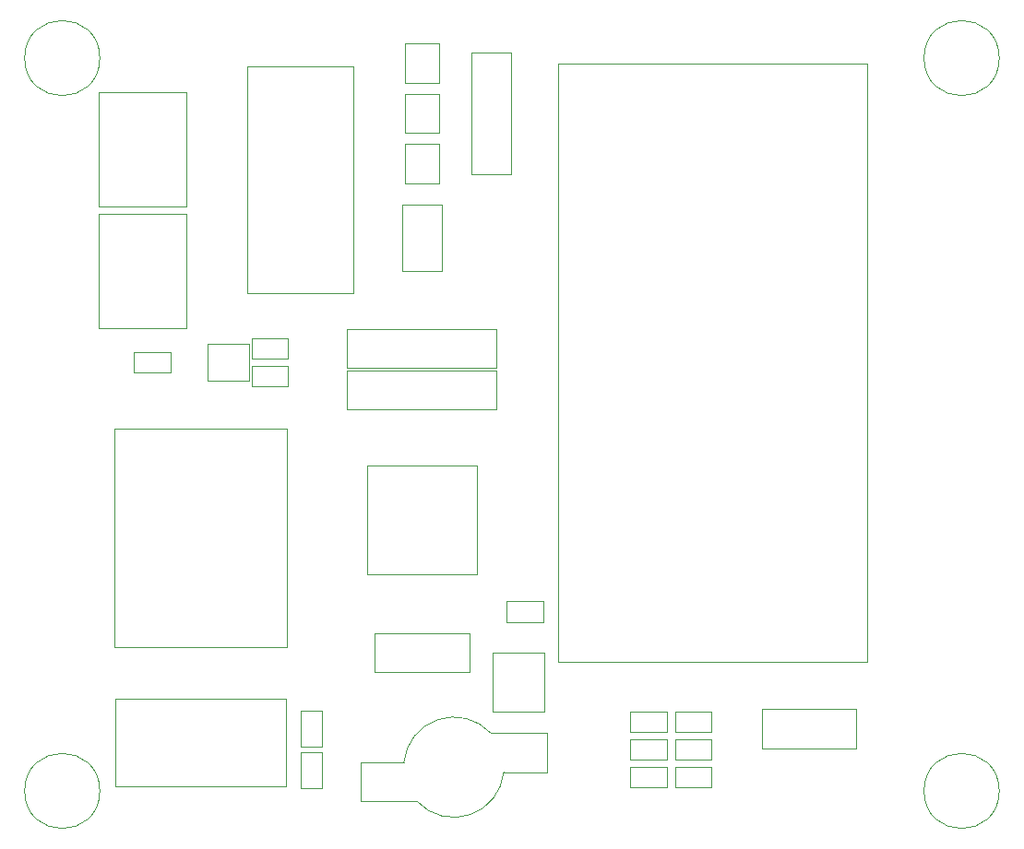
<source format=gbr>
%TF.GenerationSoftware,KiCad,Pcbnew,(6.0.4)*%
%TF.CreationDate,2023-04-26T13:38:40-05:00*%
%TF.ProjectId,Modulo de Practicas uPy,4d6f6475-6c6f-4206-9465-205072616374,rev?*%
%TF.SameCoordinates,Original*%
%TF.FileFunction,Other,User*%
%FSLAX46Y46*%
G04 Gerber Fmt 4.6, Leading zero omitted, Abs format (unit mm)*
G04 Created by KiCad (PCBNEW (6.0.4)) date 2023-04-26 13:38:40*
%MOMM*%
%LPD*%
G01*
G04 APERTURE LIST*
%ADD10C,0.050000*%
G04 APERTURE END LIST*
D10*
%TO.C,J8*%
X122660000Y-62770000D02*
X126260000Y-62770000D01*
X122660000Y-56620000D02*
X122660000Y-62770000D01*
X126260000Y-62770000D02*
X126260000Y-56620000D01*
X126260000Y-56620000D02*
X122660000Y-56620000D01*
%TO.C,REF\u002A\u002A*%
X177433852Y-110490000D02*
G75*
G03*
X177433852Y-110490000I-3450000J0D01*
G01*
%TO.C,J2*%
X94806000Y-56812000D02*
X102806000Y-56812000D01*
X102806000Y-46312000D02*
X102806000Y-56812000D01*
X94806000Y-56812000D02*
X94806000Y-46312000D01*
X102806000Y-46312000D02*
X94806000Y-46312000D01*
%TO.C,Q1*%
X130980000Y-103212400D02*
X130980000Y-97752400D01*
X135720000Y-97752400D02*
X130980000Y-97752400D01*
X130980000Y-103212400D02*
X135720000Y-103212400D01*
X135720000Y-97752400D02*
X135720000Y-103212400D01*
%TO.C,U2*%
X128785000Y-95990000D02*
X120135000Y-95990000D01*
X128785000Y-99590000D02*
X128785000Y-95990000D01*
X120135000Y-95990000D02*
X120135000Y-99590000D01*
X120135000Y-99590000D02*
X128785000Y-99590000D01*
%TO.C,M1*%
X122910000Y-54660000D02*
X126010000Y-54660000D01*
X126010000Y-50060000D02*
X126010000Y-46460000D01*
X122910000Y-50060000D02*
X126010000Y-50060000D01*
X126010000Y-41860000D02*
X122910000Y-41860000D01*
X126010000Y-46460000D02*
X122910000Y-46460000D01*
X126010000Y-45460000D02*
X126010000Y-41860000D01*
X126010000Y-51060000D02*
X122910000Y-51060000D01*
X122910000Y-45460000D02*
X126010000Y-45460000D01*
X122910000Y-46460000D02*
X122910000Y-50060000D01*
X122910000Y-41860000D02*
X122910000Y-45460000D01*
X122910000Y-51060000D02*
X122910000Y-54660000D01*
X126010000Y-54660000D02*
X126010000Y-51060000D01*
%TO.C,U3*%
X118184000Y-43931000D02*
X108384000Y-43931000D01*
X118184000Y-64781000D02*
X118184000Y-43931000D01*
X108384000Y-43931000D02*
X108384000Y-64781000D01*
X108384000Y-64781000D02*
X118184000Y-64781000D01*
%TO.C,R5*%
X146905000Y-105090000D02*
X143545000Y-105090000D01*
X143545000Y-103190000D02*
X146905000Y-103190000D01*
X146905000Y-103190000D02*
X146905000Y-105090000D01*
X143545000Y-105090000D02*
X143545000Y-103190000D01*
%TO.C,D6*%
X147672000Y-110170000D02*
X147672000Y-108270000D01*
X147672000Y-108270000D02*
X151032000Y-108270000D01*
X151032000Y-108270000D02*
X151032000Y-110170000D01*
X151032000Y-110170000D02*
X147672000Y-110170000D01*
%TO.C,REF\u002A\u002A*%
X94890000Y-110490000D02*
G75*
G03*
X94890000Y-110490000I-3450000J0D01*
G01*
%TO.C,Q2*%
X104760000Y-69420000D02*
X104760000Y-72820000D01*
X104760000Y-72820000D02*
X108600000Y-72820000D01*
X108600000Y-72820000D02*
X108600000Y-69420000D01*
X108600000Y-69420000D02*
X104760000Y-69420000D01*
%TO.C,U1*%
X165330000Y-98620000D02*
X136930000Y-98620000D01*
X136930000Y-43720000D02*
X165330000Y-43720000D01*
X165330000Y-43720000D02*
X165330000Y-98620000D01*
X136930000Y-98620000D02*
X136930000Y-43720000D01*
%TO.C,D2*%
X98015000Y-70170000D02*
X101375000Y-70170000D01*
X101375000Y-72070000D02*
X98015000Y-72070000D01*
X98015000Y-72070000D02*
X98015000Y-70170000D01*
X101375000Y-70170000D02*
X101375000Y-72070000D01*
%TO.C,R3*%
X112170000Y-71440000D02*
X112170000Y-73340000D01*
X108810000Y-71440000D02*
X112170000Y-71440000D01*
X108810000Y-73340000D02*
X108810000Y-71440000D01*
X112170000Y-73340000D02*
X108810000Y-73340000D01*
%TO.C,J7*%
X132610000Y-53860000D02*
X132610000Y-42660000D01*
X129010000Y-53860000D02*
X132610000Y-53860000D01*
X132610000Y-42660000D02*
X129010000Y-42660000D01*
X129010000Y-42660000D02*
X129010000Y-53860000D01*
%TO.C,D1*%
X118831000Y-107855600D02*
X118831000Y-111455600D01*
X130751000Y-105155600D02*
X135931000Y-105155600D01*
X135931000Y-105155600D02*
X135931000Y-108755600D01*
X118831000Y-111455600D02*
X124011000Y-111455600D01*
X122791000Y-107855600D02*
X118831000Y-107855600D01*
X135931000Y-108755600D02*
X131971000Y-108755600D01*
X124011697Y-111454949D02*
G75*
G03*
X131971000Y-108755600I3369303J3149349D01*
G01*
X130750303Y-105156251D02*
G75*
G03*
X122791000Y-107855600I-3369303J-3149349D01*
G01*
%TO.C,R7*%
X143545000Y-110170000D02*
X143545000Y-108270000D01*
X146905000Y-110170000D02*
X143545000Y-110170000D01*
X143545000Y-108270000D02*
X146905000Y-108270000D01*
X146905000Y-108270000D02*
X146905000Y-110170000D01*
%TO.C,R6*%
X146905000Y-107630000D02*
X143545000Y-107630000D01*
X146905000Y-105730000D02*
X146905000Y-107630000D01*
X143545000Y-105730000D02*
X146905000Y-105730000D01*
X143545000Y-107630000D02*
X143545000Y-105730000D01*
%TO.C,J3*%
X94806000Y-67988000D02*
X102806000Y-67988000D01*
X102806000Y-57488000D02*
X94806000Y-57488000D01*
X102806000Y-57488000D02*
X102806000Y-67988000D01*
X94806000Y-67988000D02*
X94806000Y-57488000D01*
%TO.C,D4*%
X151032000Y-105090000D02*
X147672000Y-105090000D01*
X147672000Y-105090000D02*
X147672000Y-103190000D01*
X151032000Y-103190000D02*
X151032000Y-105090000D01*
X147672000Y-103190000D02*
X151032000Y-103190000D01*
%TO.C,D3*%
X115250000Y-110265000D02*
X113350000Y-110265000D01*
X113350000Y-106905000D02*
X115250000Y-106905000D01*
X115250000Y-106905000D02*
X115250000Y-110265000D01*
X113350000Y-110265000D02*
X113350000Y-106905000D01*
%TO.C,D5*%
X151032000Y-105730000D02*
X151032000Y-107630000D01*
X147672000Y-105730000D02*
X151032000Y-105730000D01*
X151032000Y-107630000D02*
X147672000Y-107630000D01*
X147672000Y-107630000D02*
X147672000Y-105730000D01*
%TO.C,K1*%
X112090000Y-97290000D02*
X112090000Y-77190000D01*
X112090000Y-97290000D02*
X96190000Y-97290000D01*
X96190000Y-77190000D02*
X112090000Y-77190000D01*
X96190000Y-77190000D02*
X96190000Y-97290000D01*
%TO.C,RV1*%
X119445000Y-90598000D02*
X119445000Y-80568000D01*
X119445000Y-80568000D02*
X129475000Y-80568000D01*
X129475000Y-90598000D02*
X119445000Y-90598000D01*
X129475000Y-80568000D02*
X129475000Y-90598000D01*
%TO.C,R4*%
X108810000Y-68900000D02*
X112170000Y-68900000D01*
X108810000Y-70800000D02*
X108810000Y-68900000D01*
X112170000Y-70800000D02*
X108810000Y-70800000D01*
X112170000Y-68900000D02*
X112170000Y-70800000D01*
%TO.C,J5*%
X117580000Y-68075000D02*
X131280000Y-68075000D01*
X131280000Y-71625000D02*
X117580000Y-71625000D01*
X131280000Y-68075000D02*
X131280000Y-71625000D01*
X117580000Y-71625000D02*
X117580000Y-68075000D01*
%TO.C,REF\u002A\u002A*%
X177433852Y-43180000D02*
G75*
G03*
X177433852Y-43180000I-3450000J0D01*
G01*
%TO.C,J1*%
X96340000Y-102045000D02*
X111940000Y-102045000D01*
X111940000Y-110045000D02*
X111940000Y-102045000D01*
X96340000Y-102045000D02*
X96340000Y-110045000D01*
X111940000Y-110045000D02*
X96340000Y-110045000D01*
%TO.C,R2*%
X115250000Y-106455000D02*
X113350000Y-106455000D01*
X115250000Y-103095000D02*
X115250000Y-106455000D01*
X113350000Y-103095000D02*
X115250000Y-103095000D01*
X113350000Y-106455000D02*
X113350000Y-103095000D01*
%TO.C,J6*%
X155680000Y-102975000D02*
X155680000Y-106575000D01*
X164330000Y-106575000D02*
X164330000Y-102975000D01*
X155680000Y-106575000D02*
X164330000Y-106575000D01*
X164330000Y-102975000D02*
X155680000Y-102975000D01*
%TO.C,J4*%
X131280000Y-75460000D02*
X117580000Y-75460000D01*
X117580000Y-71910000D02*
X131280000Y-71910000D01*
X131280000Y-71910000D02*
X131280000Y-75460000D01*
X117580000Y-75460000D02*
X117580000Y-71910000D01*
%TO.C,REF\u002A\u002A*%
X94890000Y-43180000D02*
G75*
G03*
X94890000Y-43180000I-3450000J0D01*
G01*
%TO.C,R1*%
X135563400Y-94955400D02*
X132203400Y-94955400D01*
X135563400Y-93055400D02*
X135563400Y-94955400D01*
X132203400Y-93055400D02*
X135563400Y-93055400D01*
X132203400Y-94955400D02*
X132203400Y-93055400D01*
%TD*%
M02*

</source>
